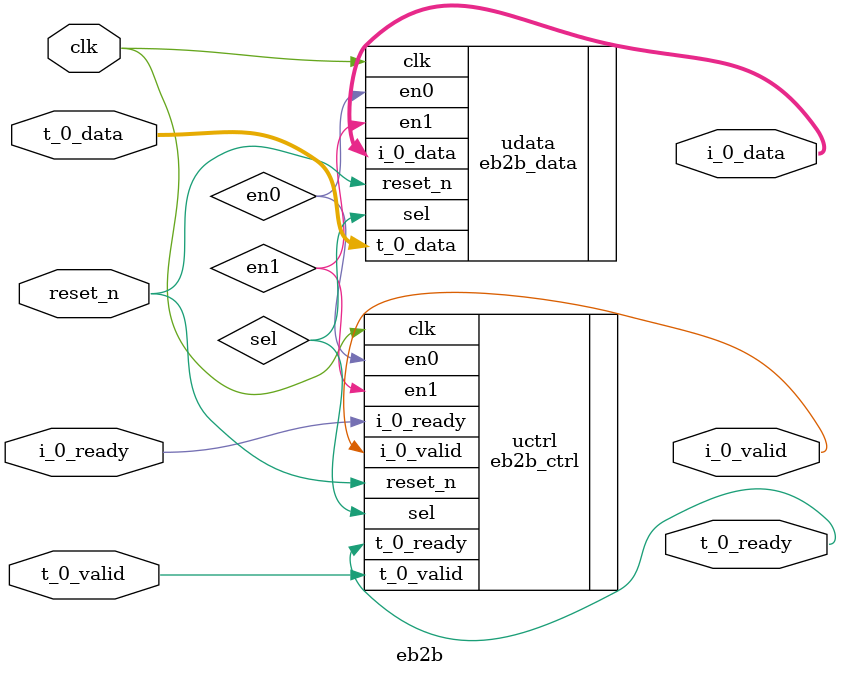
<source format=sv>
module eb2b #(
    parameter T_0_WIDTH = 8,
    parameter I_0_WIDTH = 8
) (
    input        [T_0_WIDTH-1:0] t_0_data,
    input                        t_0_valid,
    output logic                 t_0_ready,

    output logic [I_0_WIDTH-1:0] i_0_data,
    output logic                 i_0_valid,
    input                        i_0_ready,

    input clk, reset_n
);

logic en0, en1, sel;

eb2b_data #(
    .T_0_WIDTH(T_0_WIDTH),
    .I_0_WIDTH(I_0_WIDTH)
) udata (
    .t_0_data(t_0_data),
    .i_0_data(i_0_data),
    .en0(en0), .en1(en1), .sel(sel),
    .clk(clk), .reset_n(reset_n)
);

eb2b_ctrl uctrl (
    .t_0_valid(t_0_valid), .t_0_ready(t_0_ready),
    .i_0_valid(i_0_valid), .i_0_ready(i_0_ready),
    .en0(en0), .en1(en1), .sel(sel),
    .clk(clk), .reset_n(reset_n)
);

endmodule
</source>
